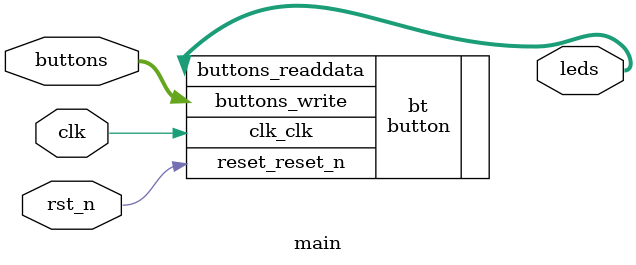
<source format=v>
module main (
    input                     clk, rst_n,
    input    [7:0]  buttons,
    output [7:0] leds
);
    
	 
    button bt( .clk_clk(clk),
	            .reset_reset_n(rst_n), 
					.buttons_write(buttons), 
					.buttons_readdata(leds));
	 
endmodule
</source>
